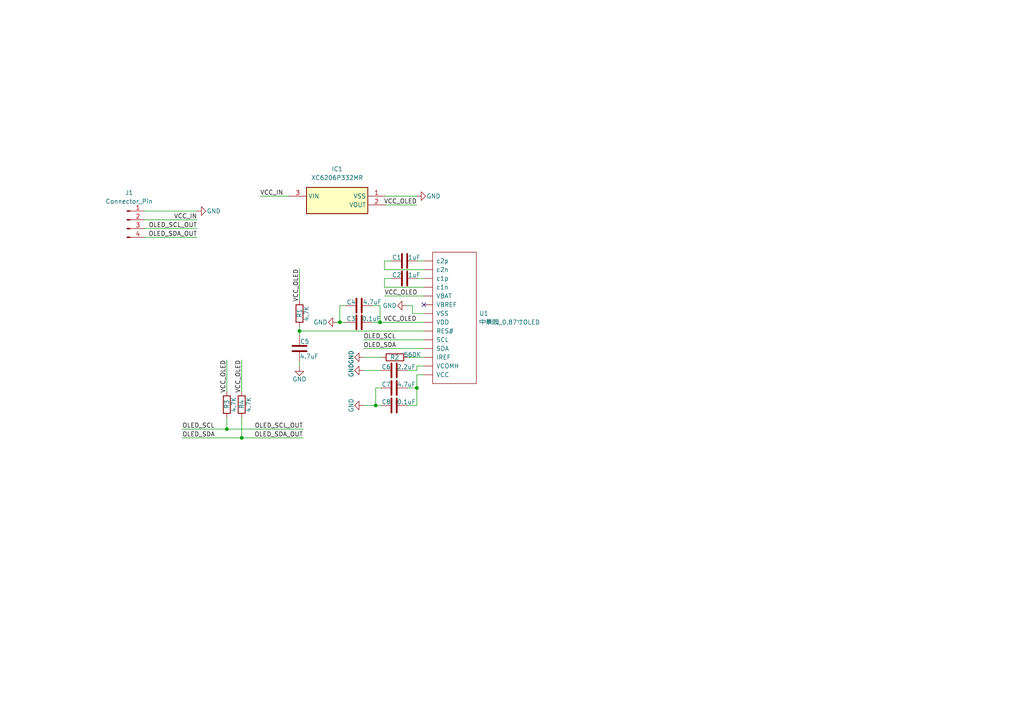
<source format=kicad_sch>
(kicad_sch (version 20230121) (generator eeschema)
  (paper "A4")
  (lib_symbols
    (symbol "oled:C" (pin_numbers hide) (pin_names (offset 0.254))
      (property "Reference" "C" (at 0.635 2.54 0))
      (property "Value" "C" (at 0.635 -2.54 0))
      (symbol "C_0_1"
        (polyline (pts (xy -2.032 -0.762) (xy 2.032 -0.762)) (stroke (width 0.508)))
        (polyline (pts (xy -2.032 0.762) (xy 2.032 0.762)) (stroke (width 0.508)))
      )
      (symbol "C_1_1"
        (pin passive line (at 0 3.81 270) (length 2.794) (name "~") (number "1"))
        (pin passive line (at 0 -3.81 90) (length 2.794) (name "~") (number "2"))
      )
    )
    (symbol "oled:Conn_01x04_Pin" (pin_names (offset 1.016) hide)
      (property "Reference" "J" (at 0 5.08 0))
      (property "Value" "Conn_01x04_Pin" (at 0 -7.62 0))
      (symbol "Conn_01x04_Pin_1_1"
        (polyline (pts (xy 1.27 -5.08) (xy 0.8636 -5.08)) (stroke (width 0.1524)))
        (polyline (pts (xy 1.27 -2.54) (xy 0.8636 -2.54)) (stroke (width 0.1524)))
        (polyline (pts (xy 1.27 0) (xy 0.8636 0)) (stroke (width 0.1524)))
        (polyline (pts (xy 1.27 2.54) (xy 0.8636 2.54)) (stroke (width 0.1524)))
        (rectangle (start 0.8636 -4.953) (end 0 -5.207) (stroke (width 0.1524)) (fill (type outline)))
        (rectangle (start 0.8636 -2.413) (end 0 -2.667) (stroke (width 0.1524)) (fill (type outline)))
        (rectangle (start 0.8636 0.127) (end 0 -0.127) (stroke (width 0.1524)) (fill (type outline)))
        (rectangle (start 0.8636 2.667) (end 0 2.413) (stroke (width 0.1524)) (fill (type outline)))
        (pin passive line (at 5.08 2.54 180) (length 3.81) (name "Pin_1") (number "1"))
        (pin passive line (at 5.08 0 180) (length 3.81) (name "Pin_2") (number "2"))
        (pin passive line (at 5.08 -2.54 180) (length 3.81) (name "Pin_3") (number "3"))
        (pin passive line (at 5.08 -5.08 180) (length 3.81) (name "Pin_4") (number "4"))
      )
    )
    (symbol "oled:R" (pin_numbers hide) (pin_names (offset 0))
      (property "Reference" "R" (at 2.032 0 90))
      (property "Value" "R" (at 0 0 90))
      (symbol "R_0_1"
        (rectangle (start -1.016 -2.54) (end 1.016 2.54) (stroke (width 0.254)))
      )
      (symbol "R_1_1"
        (pin passive line (at 0 3.81 270) (length 1.27) (name "~") (number "1"))
        (pin passive line (at 0 -3.81 90) (length 1.27) (name "~") (number "2"))
      )
    )
    (symbol "oled:XC6206P332MR"
      (property "Reference" "IC" (at 24.13 7.62 0))
      (property "Value" "XC6206P332MR" (at 24.13 5.08 0))
      (symbol "XC6206P332MR_1_1"
        (rectangle (start 5.08 2.54) (end 22.86 -5.08) (stroke (width 0.254)) (fill (type background)))
        (pin passive line (at 0 0 0) (length 5.08) (name "VSS") (number "1"))
        (pin passive line (at 0 -2.54 0) (length 5.08) (name "VOUT") (number "2"))
        (pin passive line (at 27.94 0 180) (length 5.08) (name "VIN") (number "3"))
      )
    )
    (symbol "oled:中景园_0.87寸OLED" (pin_numbers hide) (pin_names (offset 1.016))
      (property "Reference" "U" (at 0 20.32 0))
      (property "Value" "中景园_0.87寸OLED" (at 0 25.4 0))
      (symbol "中景园_0.87寸OLED_1_1"
        (rectangle (start -2.54 17.78) (end 10.16 -20.32) (stroke (width 0.1524)))
        (pin input line (at -5.08 15.24 0) (length 2.54) (name "c2p") (number "1"))
        (pin input line (at -5.08 -7.62 0) (length 2.54) (name "SCL") (number "10"))
        (pin input line (at -5.08 -10.16 0) (length 2.54) (name "SDA") (number "11"))
        (pin input line (at -5.08 -12.7 0) (length 2.54) (name "IREF") (number "12"))
        (pin input line (at -5.08 -15.24 0) (length 2.54) (name "VCOMH") (number "13"))
        (pin input line (at -5.08 -17.78 0) (length 2.54) (name "VCC") (number "14"))
        (pin input line (at -5.08 12.7 0) (length 2.54) (name "c2n") (number "2"))
        (pin input line (at -5.08 10.16 0) (length 2.54) (name "c1p") (number "3"))
        (pin input line (at -5.08 7.62 0) (length 2.54) (name "c1n") (number "4"))
        (pin input line (at -5.08 5.08 0) (length 2.54) (name "VBAT") (number "5"))
        (pin input line (at -5.08 2.54 0) (length 2.54) (name "VBREF") (number "6"))
        (pin input line (at -5.08 0 0) (length 2.54) (name "VSS") (number "7"))
        (pin input line (at -5.08 -2.54 0) (length 2.54) (name "VDD") (number "8"))
        (pin input line (at -5.08 -5.08 0) (length 2.54) (name "RES#") (number "9"))
      )
    )
    (symbol "power:GND" (power) (pin_names (offset 0))
      (property "Value" "GND" (at 0 -3.81 0))
      (symbol "GND_0_1"
        (polyline (pts (xy 0 0) (xy 0 -1.27) (xy 1.27 -1.27) (xy 0 -2.54) (xy -1.27 -1.27) (xy 0 -1.27)))
      )
      (symbol "GND_1_1"
        (pin power_in line (at 0 0 270) (length 0) hide (name "GND") (number "1"))
      )
    )
  )
  (junction (at 120.904 112.522))
  (junction (at 110.236 93.472))
  (junction (at 70.104 127))
  (junction (at 98.552 93.472))
  (junction (at 86.868 96.012))
  (junction (at 108.966 117.602))
  (junction (at 65.786 124.46))
  (no_connect (at 122.936 88.392))
  (wire (pts (xy 121.158 75.692) (xy 122.936 75.692)))
  (wire (pts (xy 120.904 107.442) (xy 120.904 106.172)))
  (wire (pts (xy 86.868 94.742) (xy 86.868 96.012)))
  (wire (pts (xy 118.11 107.442) (xy 120.904 107.442)))
  (wire (pts (xy 105.41 98.552) (xy 122.936 98.552)))
  (wire (pts (xy 119.634 88.646) (xy 119.634 90.932)))
  (wire (pts (xy 108.966 117.602) (xy 110.49 117.602)))
  (wire (pts (xy 105.41 103.632) (xy 110.744 103.632)))
  (wire (pts (xy 65.786 124.46) (xy 87.884 124.46)))
  (wire (pts (xy 120.904 56.896) (xy 111.76 56.896)))
  (wire (pts (xy 86.868 77.978) (xy 86.868 87.122)))
  (wire (pts (xy 105.41 107.442) (xy 110.49 107.442)))
  (wire (pts (xy 57.15 68.834) (xy 41.91 68.834)))
  (wire (pts (xy 120.904 112.522) (xy 120.904 108.712)))
  (wire (pts (xy 111.506 75.692) (xy 111.506 78.232)))
  (wire (pts (xy 120.904 59.436) (xy 111.76 59.436)))
  (wire (pts (xy 86.868 96.012) (xy 122.936 96.012)))
  (wire (pts (xy 105.41 117.602) (xy 108.966 117.602)))
  (wire (pts (xy 107.95 93.472) (xy 110.236 93.472)))
  (wire (pts (xy 121.158 80.772) (xy 122.936 80.772)))
  (wire (pts (xy 117.856 88.646) (xy 119.634 88.646)))
  (wire (pts (xy 118.364 103.632) (xy 122.936 103.632)))
  (wire (pts (xy 57.15 63.754) (xy 41.91 63.754)))
  (wire (pts (xy 52.832 124.46) (xy 65.786 124.46)))
  (wire (pts (xy 113.538 75.692) (xy 111.506 75.692)))
  (wire (pts (xy 100.33 88.646) (xy 98.552 88.646)))
  (wire (pts (xy 108.966 112.522) (xy 108.966 117.602)))
  (wire (pts (xy 111.506 83.312) (xy 122.936 83.312)))
  (wire (pts (xy 110.236 93.472) (xy 122.936 93.472)))
  (wire (pts (xy 98.552 93.472) (xy 100.33 93.472)))
  (wire (pts (xy 70.104 104.394) (xy 70.104 113.538)))
  (wire (pts (xy 120.904 108.712) (xy 122.936 108.712)))
  (wire (pts (xy 111.506 78.232) (xy 122.936 78.232)))
  (wire (pts (xy 118.11 117.602) (xy 120.904 117.602)))
  (wire (pts (xy 70.104 127) (xy 87.884 127)))
  (wire (pts (xy 86.868 97.282) (xy 86.868 96.012)))
  (wire (pts (xy 86.868 106.426) (xy 86.868 104.902)))
  (wire (pts (xy 113.538 80.772) (xy 111.506 80.772)))
  (wire (pts (xy 75.438 56.896) (xy 83.82 56.896)))
  (wire (pts (xy 120.904 117.602) (xy 120.904 112.522)))
  (wire (pts (xy 57.15 61.214) (xy 41.91 61.214)))
  (wire (pts (xy 118.11 112.522) (xy 120.904 112.522)))
  (wire (pts (xy 120.904 106.172) (xy 122.936 106.172)))
  (wire (pts (xy 111.506 80.772) (xy 111.506 83.312)))
  (wire (pts (xy 98.552 88.646) (xy 98.552 93.472)))
  (wire (pts (xy 70.104 121.158) (xy 70.104 127)))
  (wire (pts (xy 119.634 90.932) (xy 122.936 90.932)))
  (wire (pts (xy 65.786 121.158) (xy 65.786 124.46)))
  (wire (pts (xy 65.786 104.394) (xy 65.786 113.538)))
  (wire (pts (xy 52.832 127) (xy 70.104 127)))
  (wire (pts (xy 57.15 66.294) (xy 41.91 66.294)))
  (wire (pts (xy 107.95 88.646) (xy 110.236 88.646)))
  (wire (pts (xy 97.79 93.472) (xy 98.552 93.472)))
  (wire (pts (xy 105.41 101.092) (xy 122.936 101.092)))
  (wire (pts (xy 110.236 88.646) (xy 110.236 93.472)))
  (wire (pts (xy 110.49 112.522) (xy 108.966 112.522)))
  (wire (pts (xy 111.506 85.852) (xy 122.936 85.852)))
  (label "OLED_SDA_OUT" (at 87.884 127 180))
  (label "VCC_OLED" (at 70.104 104.394 270))
  (label "OLED_SDA" (at 105.41 101.092 0))
  (label "VCC_OLED" (at 86.868 77.978 270))
  (label "OLED_SDA_OUT" (at 57.15 68.834 180))
  (label "OLED_SDA" (at 52.832 127 0))
  (label "VCC_OLED" (at 120.904 59.436 180))
  (label "VCC_OLED" (at 111.506 85.852 0))
  (label "OLED_SCL" (at 52.832 124.46 0))
  (label "VCC_IN" (at 57.15 63.754 180))
  (label "VCC_OLED" (at 65.786 104.394 270))
  (label "OLED_SCL" (at 105.41 98.552 0))
  (label "VCC_OLED" (at 111.252 93.472 0))
  (label "OLED_SCL_OUT" (at 87.884 124.46 180))
  (label "OLED_SCL_OUT" (at 57.15 66.294 180))
  (label "VCC_IN" (at 75.438 56.896 0))
  (symbol (lib_id "oled:C") (at 114.3 107.442 90) (unit 1)
    (property "Reference" "C6" (at 112.014 106.426 90))
    (property "Value" "2.2uF" (at 117.856 106.426 90))
    (property "Footprint" "Capacitor_SMD:C_0603_1608Metric" (effects hide))
  )
  (symbol (lib_id "power:GND") (at 120.904 56.896 90) (mirror x) (unit 1)
    (property "Reference" "#PWR07" (effects hide))
    (property "Value" "GND" (at 123.698 56.896 90) (effects (justify right)))
  )
  (symbol (lib_id "oled:R") (at 70.104 117.348 0) (unit 1)
    (property "Reference" "R4" (at 70.104 118.618 90) (effects (justify left)))
    (property "Value" "4.7K" (at 72.136 119.634 90) (effects (justify left)))
    (property "Footprint" "Resistor_SMD:R_0603_1608Metric" (effects hide))
  )
  (symbol (lib_id "power:GND") (at 105.41 117.602 270) (unit 1)
    (property "Reference" "#PWR06" (effects hide))
    (property "Value" "GND" (at 101.854 119.634 0) (effects (justify right)))
  )
  (symbol (lib_id "oled:C") (at 117.348 80.772 90) (unit 1)
    (property "Reference" "C2" (at 115.062 79.756 90))
    (property "Value" "1uF" (at 120.142 79.756 90))
    (property "Footprint" "Capacitor_SMD:C_0603_1608Metric" (effects hide))
  )
  (symbol (lib_id "oled:C") (at 114.3 112.522 90) (unit 1)
    (property "Reference" "C7" (at 112.014 111.506 90))
    (property "Value" "4.7uF" (at 117.856 111.506 90))
    (property "Footprint" "Capacitor_SMD:C_0603_1608Metric" (effects hide))
  )
  (symbol (lib_id "power:GND") (at 57.15 61.214 90) (mirror x) (unit 1)
    (property "Reference" "#PWR08" (effects hide))
    (property "Value" "GND" (at 59.944 61.214 90) (effects (justify right)))
  )
  (symbol (lib_id "oled:Conn_01x04_Pin") (at 36.83 63.754 0) (unit 1)
    (property "Reference" "J1" (at 37.465 55.88 0))
    (property "Value" "Connector_Pin" (at 37.465 58.42 0))
    (property "Footprint" "Connector_PinHeader_2.54mm:PinHeader_1x04_P2.54mm_Vertical" (effects hide))
  )
  (symbol (lib_id "oled:C") (at 114.3 117.602 90) (unit 1)
    (property "Reference" "C8" (at 112.014 116.586 90))
    (property "Value" "0.1uF" (at 117.856 116.586 90))
    (property "Footprint" "Capacitor_SMD:C_0603_1608Metric" (effects hide))
  )
  (symbol (lib_id "power:GND") (at 105.41 103.632 270) (unit 1)
    (property "Reference" "#PWR04" (effects hide))
    (property "Value" "GND" (at 101.854 105.664 0) (effects (justify right)))
  )
  (symbol (lib_id "power:GND") (at 86.868 106.426 0) (unit 1)
    (property "Reference" "#PWR03" (effects hide))
    (property "Value" "GND" (at 88.9 109.982 0) (effects (justify right)))
  )
  (symbol (lib_id "oled:C") (at 117.348 75.692 90) (unit 1)
    (property "Reference" "C1" (at 115.062 74.676 90))
    (property "Value" "1uF" (at 120.142 74.676 90))
    (property "Footprint" "Capacitor_SMD:C_0603_1608Metric" (effects hide))
  )
  (symbol (lib_id "oled:C") (at 86.868 101.092 180) (unit 1)
    (property "Reference" "C5" (at 88.392 99.06 0))
    (property "Value" "4.7uF" (at 89.662 103.378 0))
    (property "Footprint" "Capacitor_SMD:C_0603_1608Metric" (effects hide))
  )
  (symbol (lib_id "oled:R") (at 86.868 90.932 0) (unit 1)
    (property "Reference" "R1" (at 86.868 92.202 90) (effects (justify left)))
    (property "Value" "4.7K" (at 88.9 93.218 90) (effects (justify left)))
    (property "Footprint" "Resistor_SMD:R_0603_1608Metric" (effects hide))
  )
  (symbol (lib_id "oled:C") (at 104.14 88.646 90) (unit 1)
    (property "Reference" "C4" (at 101.854 87.63 90))
    (property "Value" "4.7uF" (at 107.95 87.63 90))
    (property "Footprint" "Capacitor_SMD:C_0603_1608Metric" (effects hide))
  )
  (symbol (lib_id "power:GND") (at 117.856 88.646 270) (unit 1)
    (property "Reference" "#PWR01" (effects hide))
    (property "Value" "GND" (at 115.062 88.646 90) (effects (justify right)))
  )
  (symbol (lib_id "power:GND") (at 105.41 107.442 270) (unit 1)
    (property "Reference" "#PWR05" (effects hide))
    (property "Value" "GND" (at 101.854 109.474 0) (effects (justify right)))
  )
  (symbol (lib_id "oled:C") (at 104.14 93.472 90) (unit 1)
    (property "Reference" "C3" (at 101.854 92.456 90))
    (property "Value" "0.1uF" (at 107.696 92.456 90))
    (property "Footprint" "Capacitor_SMD:C_0603_1608Metric" (effects hide))
  )
  (symbol (lib_id "oled:R") (at 114.554 103.632 90) (unit 1)
    (property "Reference" "R2" (at 115.824 103.632 90) (effects (justify left)))
    (property "Value" "560K" (at 122.174 102.87 90) (effects (justify left)))
    (property "Footprint" "Resistor_SMD:R_0603_1608Metric" (effects hide))
  )
  (symbol (lib_id "power:GND") (at 97.79 93.472 270) (unit 1)
    (property "Reference" "#PWR02" (effects hide))
    (property "Value" "GND" (at 94.996 93.472 90) (effects (justify right)))
  )
  (symbol (lib_id "oled:XC6206P332MR") (at 111.76 56.896 0) (mirror y) (unit 1)
    (property "Reference" "IC1" (at 97.79 49.022 0))
    (property "Value" "XC6206P332MR" (at 97.79 51.562 0))
    (property "Footprint" "SOT95P240X115-3N" (effects hide))
    (property "Datasheet" "https://datasheet.lcsc.com/szlcsc/1812131433_Youtai-Semiconductor-Co-Ltd-XC6206P332MR_C347376.pdf" (effects hide))
    (property "Height" "1.15" (effects hide))
    (property "Manufacturer_Name" "UMW(Youtai Semiconductor Co., Ltd.)" (effects hide))
    (property "Manufacturer_Part_Number" "XC6206P332MR" (effects hide))
  )
  (symbol (lib_id "oled:中景园_0.87寸OLED") (at 128.016 90.932 0) (unit 1)
    (property "Reference" "U1" (at 138.938 90.932 0) (effects (justify left)))
    (property "Value" "中景园_0.87寸OLED" (at 138.938 93.472 0) (effects (justify left)))
    (property "Footprint" "kicad_lceda:中景园0.87寸OLED" (effects hide))
    (property "uuid" "std:d178d5079fa94f468d8e350282e9ba09" (effects hide))
  )
  (symbol (lib_id "oled:R") (at 65.786 117.348 0) (unit 1)
    (property "Reference" "R3" (at 65.786 118.618 90) (effects (justify left)))
    (property "Value" "4.7K" (at 67.818 119.634 90) (effects (justify left)))
    (property "Footprint" "Resistor_SMD:R_0603_1608Metric" (effects hide))
  )
)
</source>
